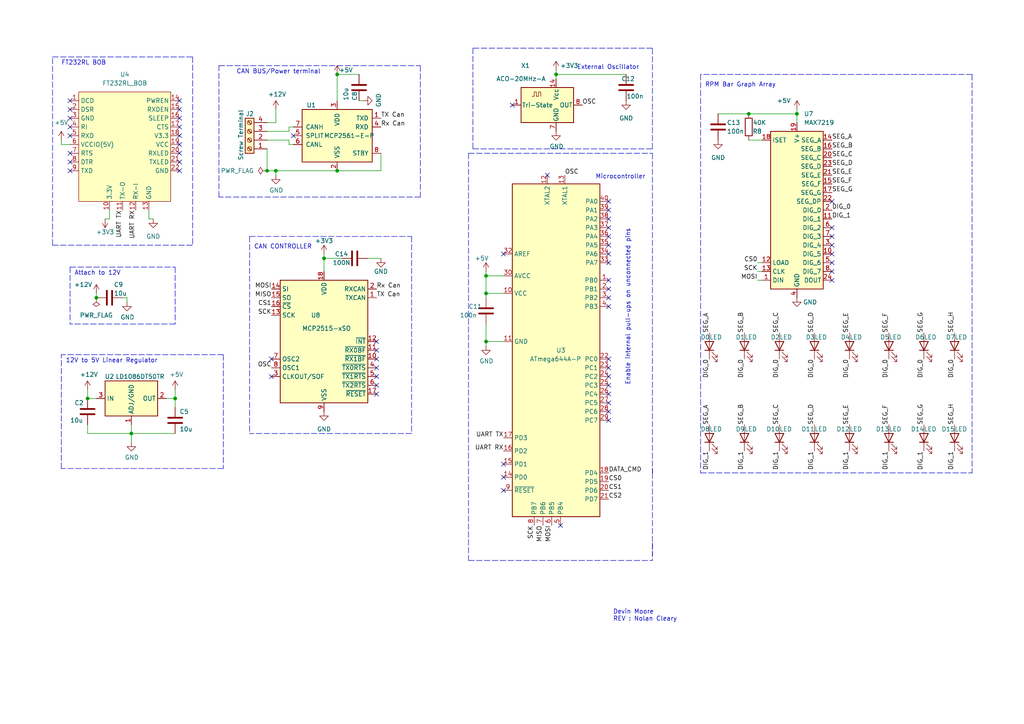
<source format=kicad_sch>
(kicad_sch (version 20211123) (generator eeschema)
  (paper "A4")
  (title_block (title "Wheel Display Schematic V3") (date "2021/01/30"))
  (lib_symbols
    (symbol "Connector:Screw_Terminal_01x04" (pin_names (offset 1.016) hide)
      (property "Reference" "J" (at 0 5.08 0))
      (property "Value" "Screw_Terminal_01x04" (at 0 -7.62 0))
      (symbol "Screw_Terminal_01x04_1_1"
        (rectangle (start -1.27 3.81) (end 1.27 -6.35) (stroke (width 0.254)) (fill (type background)))
        (circle (center 0 -5.08) (radius 0.635) (stroke (width 0.1524)))
        (circle (center 0 -2.54) (radius 0.635) (stroke (width 0.1524)))
        (polyline (pts (xy -0.5334 -4.7498) (xy 0.3302 -5.588)) (stroke (width 0.1524)))
        (polyline (pts (xy -0.5334 -2.2098) (xy 0.3302 -3.048)) (stroke (width 0.1524)))
        (polyline (pts (xy -0.5334 0.3302) (xy 0.3302 -0.508)) (stroke (width 0.1524)))
        (polyline (pts (xy -0.5334 2.8702) (xy 0.3302 2.032)) (stroke (width 0.1524)))
        (polyline (pts (xy -0.3556 -4.572) (xy 0.508 -5.4102)) (stroke (width 0.1524)))
        (polyline (pts (xy -0.3556 -2.032) (xy 0.508 -2.8702)) (stroke (width 0.1524)))
        (polyline (pts (xy -0.3556 0.508) (xy 0.508 -0.3302)) (stroke (width 0.1524)))
        (polyline (pts (xy -0.3556 3.048) (xy 0.508 2.2098)) (stroke (width 0.1524)))
        (circle (center 0 0) (radius 0.635) (stroke (width 0.1524)))
        (circle (center 0 2.54) (radius 0.635) (stroke (width 0.1524)))
        (pin passive line (at -5.08 2.54 0) (length 3.81) (name "Pin_1") (number "1"))
        (pin passive line (at -5.08 0 0) (length 3.81) (name "Pin_2") (number "2"))
        (pin passive line (at -5.08 -2.54 0) (length 3.81) (name "Pin_3") (number "3"))
        (pin passive line (at -5.08 -5.08 0) (length 3.81) (name "Pin_4") (number "4"))
      )
    )
    (symbol "Device:C" (pin_numbers hide) (pin_names (offset 0.254))
      (property "Reference" "C" (at 0.635 2.54 0))
      (property "Value" "C" (at 0.635 -2.54 0))
      (symbol "C_0_1"
        (polyline (pts (xy -2.032 -0.762) (xy 2.032 -0.762)) (stroke (width 0.508)))
        (polyline (pts (xy -2.032 0.762) (xy 2.032 0.762)) (stroke (width 0.508)))
      )
      (symbol "C_1_1"
        (pin passive line (at 0 3.81 270) (length 2.794) (name "~") (number "1"))
        (pin passive line (at 0 -3.81 90) (length 2.794) (name "~") (number "2"))
      )
    )
    (symbol "Device:LED" (pin_numbers hide) (pin_names (offset 1.016) hide)
      (property "Reference" "D" (at 0 2.54 0))
      (property "Value" "LED" (at 0 -2.54 0))
      (symbol "LED_0_1"
        (polyline (pts (xy -1.27 -1.27) (xy -1.27 1.27)) (stroke (width 0.254)))
        (polyline (pts (xy -1.27 0) (xy 1.27 0)))
        (polyline (pts (xy 1.27 -1.27) (xy 1.27 1.27) (xy -1.27 0) (xy 1.27 -1.27)) (stroke (width 0.254)))
        (polyline (pts (xy -3.048 -0.762) (xy -4.572 -2.286) (xy -3.81 -2.286) (xy -4.572 -2.286) (xy -4.572 -1.524)))
        (polyline (pts (xy -1.778 -0.762) (xy -3.302 -2.286) (xy -2.54 -2.286) (xy -3.302 -2.286) (xy -3.302 -1.524)))
      )
      (symbol "LED_1_1"
        (pin passive line (at -3.81 0 0) (length 2.54) (name "K") (number "1"))
        (pin passive line (at 3.81 0 180) (length 2.54) (name "A") (number "2"))
      )
    )
    (symbol "Device:R" (pin_numbers hide) (pin_names (offset 0))
      (property "Reference" "R" (at 2.032 0 90))
      (property "Value" "R" (at 0 0 90))
      (symbol "R_0_1"
        (rectangle (start -1.016 -2.54) (end 1.016 2.54) (stroke (width 0.254)))
      )
      (symbol "R_1_1"
        (pin passive line (at 0 3.81 270) (length 1.27) (name "~") (number "1"))
        (pin passive line (at 0 -3.81 90) (length 1.27) (name "~") (number "2"))
      )
    )
    (symbol "Driver_LED:MAX7219"
      (property "Reference" "U" (at -6.35 24.13 0))
      (property "Value" "MAX7219" (at 1.27 25.4 0))
      (symbol "MAX7219_0_1"
        (rectangle (start -7.62 22.86) (end 7.62 -22.86) (stroke (width 0.254)) (fill (type background)))
      )
      (symbol "MAX7219_1_1"
        (pin input line (at -10.16 -20.32 0) (length 2.54) (name "DIN") (number "1"))
        (pin output line (at 10.16 -12.7 180) (length 2.54) (name "DIG_5") (number "10"))
        (pin output line (at 10.16 -2.54 180) (length 2.54) (name "DIG_1") (number "11"))
        (pin input line (at -10.16 -15.24 0) (length 2.54) (name "LOAD") (number "12"))
        (pin input line (at -10.16 -17.78 0) (length 2.54) (name "CLK") (number "13"))
        (pin output line (at 10.16 20.32 180) (length 2.54) (name "SEG_A") (number "14"))
        (pin output line (at 10.16 7.62 180) (length 2.54) (name "SEG_F") (number "15"))
        (pin output line (at 10.16 17.78 180) (length 2.54) (name "SEG_B") (number "16"))
        (pin output line (at 10.16 5.08 180) (length 2.54) (name "SEG_G") (number "17"))
        (pin input line (at -10.16 20.32 0) (length 2.54) (name "ISET") (number "18"))
        (pin power_in line (at 0 25.4 270) (length 2.54) (name "V+") (number "19"))
        (pin output line (at 10.16 0 180) (length 2.54) (name "DIG_0") (number "2"))
        (pin output line (at 10.16 15.24 180) (length 2.54) (name "SEG_C") (number "20"))
        (pin output line (at 10.16 10.16 180) (length 2.54) (name "SEG_E") (number "21"))
        (pin output line (at 10.16 2.54 180) (length 2.54) (name "SEG_DP") (number "22"))
        (pin output line (at 10.16 12.7 180) (length 2.54) (name "SEG_D") (number "23"))
        (pin output line (at 10.16 -20.32 180) (length 2.54) (name "DOUT") (number "24"))
        (pin output line (at 10.16 -10.16 180) (length 2.54) (name "DIG_4") (number "3"))
        (pin power_in line (at 0 -25.4 90) (length 2.54) (name "GND") (number "4"))
        (pin output line (at 10.16 -15.24 180) (length 2.54) (name "DIG_6") (number "5"))
        (pin output line (at 10.16 -5.08 180) (length 2.54) (name "DIG_2") (number "6"))
        (pin output line (at 10.16 -7.62 180) (length 2.54) (name "DIG_3") (number "7"))
        (pin output line (at 10.16 -17.78 180) (length 2.54) (name "DIG_7") (number "8"))
        (pin passive line (at 0 -25.4 90) (length 2.54) hide (name "GND") (number "9"))
      )
    )
    (symbol "Interface_CAN_LIN:MCP2515-xSO"
      (property "Reference" "U" (at -10.16 19.685 0))
      (property "Value" "MCP2515-xSO" (at 19.05 20.32 0))
      (symbol "MCP2515-xSO_0_1"
        (rectangle (start -12.7 17.78) (end 12.7 -17.78) (stroke (width 0.254)) (fill (type background)))
      )
      (symbol "MCP2515-xSO_1_1"
        (pin output line (at 15.24 12.7 180) (length 2.54) (name "TXCAN") (number "1"))
        (pin output line (at 15.24 -5.08 180) (length 2.54) (name "~{RX1BF}") (number "10"))
        (pin output line (at 15.24 -2.54 180) (length 2.54) (name "~{RX0BF}") (number "11"))
        (pin output line (at 15.24 0 180) (length 2.54) (name "~{INT}") (number "12"))
        (pin input line (at -15.24 7.62 0) (length 2.54) (name "SCK") (number "13"))
        (pin input line (at -15.24 15.24 0) (length 2.54) (name "SI") (number "14"))
        (pin output line (at -15.24 12.7 0) (length 2.54) (name "SO") (number "15"))
        (pin input line (at -15.24 10.16 0) (length 2.54) (name "~{CS}") (number "16"))
        (pin input line (at 15.24 -15.24 180) (length 2.54) (name "~{RESET}") (number "17"))
        (pin power_in line (at 0 20.32 270) (length 2.54) (name "VDD") (number "18"))
        (pin input line (at 15.24 15.24 180) (length 2.54) (name "RXCAN") (number "2"))
        (pin output line (at -15.24 -10.16 0) (length 2.54) (name "CLKOUT/SOF") (number "3"))
        (pin input line (at 15.24 -7.62 180) (length 2.54) (name "~{TX0RTS}") (number "4"))
        (pin input line (at 15.24 -10.16 180) (length 2.54) (name "~{TX1RTS}") (number "5"))
        (pin input line (at 15.24 -12.7 180) (length 2.54) (name "~{TX2RTS}") (number "6"))
        (pin output line (at -15.24 -5.08 0) (length 2.54) (name "OSC2") (number "7"))
        (pin input line (at -15.24 -7.62 0) (length 2.54) (name "OSC1") (number "8"))
        (pin power_in line (at 0 -20.32 90) (length 2.54) (name "VSS") (number "9"))
      )
    )
    (symbol "Interface_CAN_LIN:MCP2561-E-P" (pin_names (offset 1.016))
      (property "Reference" "U" (at -10.16 8.89 0))
      (property "Value" "MCP2561-E-P" (at 2.54 8.89 0))
      (symbol "MCP2561-E-P_0_1"
        (rectangle (start -10.16 7.62) (end 10.16 -7.62) (stroke (width 0.254)) (fill (type background)))
      )
      (symbol "MCP2561-E-P_1_1"
        (pin input line (at -12.7 5.08 0) (length 2.54) (name "TXD") (number "1"))
        (pin power_in line (at 0 -10.16 90) (length 2.54) (name "VSS") (number "2"))
        (pin power_in line (at 0 10.16 270) (length 2.54) (name "VDD") (number "3"))
        (pin output line (at -12.7 2.54 0) (length 2.54) (name "RXD") (number "4"))
        (pin passive line (at 12.7 0 180) (length 2.54) (name "SPLIT") (number "5"))
        (pin bidirectional line (at 12.7 -2.54 180) (length 2.54) (name "CANL") (number "6"))
        (pin bidirectional line (at 12.7 2.54 180) (length 2.54) (name "CANH") (number "7"))
        (pin input line (at -12.7 -5.08 0) (length 2.54) (name "STBY") (number "8"))
      )
    )
    (symbol "MCU_Microchip_ATmega:ATmega644A-P"
      (property "Reference" "U?" (at 13.97 -50.8 0))
      (property "Value" "ATmega644A-P" (at 11.43 -52.07 0))
      (symbol "ATmega644A-P_0_1"
        (rectangle (start -12.7 -48.26) (end 12.7 48.26) (stroke (width 0.254)) (fill (type background)))
      )
      (symbol "ATmega644A-P_1_1"
        (pin bidirectional line (at 15.24 20.32 180) (length 2.54) (name "PB0") (number "1"))
        (pin power_in line (at -15.24 16.51 0) (length 2.54) (name "VCC") (number "10"))
        (pin power_in line (at -15.24 2.54 0) (length 2.54) (name "GND") (number "11"))
        (pin output line (at -2.54 50.8 270) (length 2.54) (name "XTAL2") (number "12"))
        (pin input line (at 2.54 50.8 270) (length 2.54) (name "XTAL1") (number "13"))
        (pin bidirectional line (at -15.24 -36.83 0) (length 2.54) (name "PD0") (number "14"))
        (pin bidirectional line (at -15.24 -33.02 0) (length 2.54) (name "PD1") (number "15"))
        (pin bidirectional line (at -15.24 -29.21 0) (length 2.54) (name "PD2") (number "16"))
        (pin bidirectional line (at -15.24 -25.4 0) (length 2.54) (name "PD3") (number "17"))
        (pin bidirectional line (at 15.24 -35.56 180) (length 2.54) (name "PD4") (number "18"))
        (pin bidirectional line (at 15.24 -38.1 180) (length 2.54) (name "PD5") (number "19"))
        (pin bidirectional line (at 15.24 17.78 180) (length 2.54) (name "PB1") (number "2"))
        (pin bidirectional line (at 15.24 -40.64 180) (length 2.54) (name "PD6") (number "20"))
        (pin bidirectional line (at 15.24 -43.18 180) (length 2.54) (name "PD7") (number "21"))
        (pin bidirectional line (at 15.24 -2.54 180) (length 2.54) (name "PC0") (number "22"))
        (pin bidirectional line (at 15.24 -5.08 180) (length 2.54) (name "PC1") (number "23"))
        (pin bidirectional line (at 15.24 -7.62 180) (length 2.54) (name "PC2") (number "24"))
        (pin bidirectional line (at 15.24 -10.16 180) (length 2.54) (name "PC3") (number "25"))
        (pin bidirectional line (at 15.24 -12.7 180) (length 2.54) (name "PC4") (number "26"))
        (pin bidirectional line (at 15.24 -15.24 180) (length 2.54) (name "PC5") (number "27"))
        (pin bidirectional line (at 15.24 -17.78 180) (length 2.54) (name "PC6") (number "28"))
        (pin bidirectional line (at 15.24 -20.32 180) (length 2.54) (name "PC7") (number "29"))
        (pin bidirectional line (at 15.24 15.24 180) (length 2.54) (name "PB2") (number "3"))
        (pin power_in line (at -15.24 21.59 0) (length 2.54) (name "AVCC") (number "30"))
        (pin passive line (at -15.24 27.94 0) (length 2.54) (name "AREF") (number "32"))
        (pin bidirectional line (at 15.24 25.4 180) (length 2.54) (name "PA7") (number "33"))
        (pin bidirectional line (at 15.24 27.94 180) (length 2.54) (name "PA6") (number "34"))
        (pin bidirectional line (at 15.24 30.48 180) (length 2.54) (name "PA5") (number "35"))
        (pin bidirectional line (at 15.24 33.02 180) (length 2.54) (name "PA4") (number "36"))
        (pin bidirectional line (at 15.24 35.56 180) (length 2.54) (name "PA3") (number "37"))
        (pin bidirectional line (at 15.24 38.1 180) (length 2.54) (name "PA2") (number "38"))
        (pin bidirectional line (at 15.24 40.64 180) (length 2.54) (name "PA1") (number "39"))
        (pin bidirectional line (at 15.24 12.7 180) (length 2.54) (name "PB3") (number "4"))
        (pin bidirectional line (at 15.24 43.18 180) (length 2.54) (name "PA0") (number "40"))
        (pin bidirectional line (at 1.27 -50.8 90) (length 2.54) (name "PB4") (number "5"))
        (pin bidirectional line (at -1.27 -50.8 90) (length 2.54) (name "PB5") (number "6"))
        (pin bidirectional line (at -3.81 -50.8 90) (length 2.54) (name "PB6") (number "7"))
        (pin bidirectional line (at -6.35 -50.8 90) (length 2.54) (name "PB7") (number "8"))
        (pin input line (at -15.24 -40.64 0) (length 2.54) (name "~{RESET}") (number "9"))
      )
    )
    (symbol "Oscillator:ACO-xxxMHz-A" (pin_names (offset 0.254))
      (property "Reference" "X" (at -5.08 6.35 0))
      (property "Value" "ACO-xxxMHz-A" (at 1.27 -6.35 0))
      (symbol "ACO-xxxMHz-A_0_1"
        (rectangle (start -10.16 5.08) (end 5.08 -5.08) (stroke (width 0.254)) (fill (type background)))
        (polyline (pts (xy -6.985 2.54) (xy -6.35 2.54) (xy -6.35 3.81) (xy -5.715 3.81) (xy -5.715 2.54) (xy -5.08 2.54) (xy -5.08 3.81) (xy -4.445 3.81) (xy -4.445 2.54)))
      )
      (symbol "ACO-xxxMHz-A_1_1"
        (pin input line (at -12.7 0 0) (length 2.54) (name "Tri-State") (number "1"))
        (pin power_in line (at 0 7.62 270) (length 2.54) (name "Vcc") (number "14"))
        (pin power_in line (at 0 -7.62 90) (length 2.54) (name "GND") (number "7"))
        (pin output line (at 7.62 0 180) (length 2.54) (name "OUT") (number "8"))
      )
    )
    (symbol "Regulator_Linear:LD1086DT50TR"
      (property "Reference" "U" (at 0 10.16 0))
      (property "Value" "LD1086DT50TR" (at 0 7.62 0))
      (symbol "LD1086DT50TR_1_1"
        (rectangle (start -7.62 -5.08) (end 7.62 5.08) (stroke (width 0.254)) (fill (type background)))
        (pin input line (at 0 -7.62 90) (length 2.54) (name "ADJ/GND") (number "1"))
        (pin power_out line (at 10.16 0 180) (length 2.54) (name "OUT") (number "2"))
        (pin power_in line (at -10.16 0 0) (length 2.54) (name "IN") (number "3"))
      )
    )
    (symbol "SparkFunBOB:FT232RL_BOB"
      (property "Reference" "U4" (at 3.175 5.08 0))
      (property "Value" "FT232RL_BOB" (at 3.175 2.54 0))
      (symbol "FT232RL_BOB_0_1"
        (rectangle (start 16.51 -31.75) (end -10.16 0) (fill (type background)))
      )
      (symbol "FT232RL_BOB_1_1"
        (pin bidirectional line (at -12.7 -2.54 0) (length 2.54) (name "DCD") (number "1"))
        (pin power_out line (at -1.27 -34.29 90) (length 2.54) (name "3.3V") (number "10"))
        (pin bidirectional line (at 2.54 -34.29 90) (length 2.54) (name "TX-O") (number "11"))
        (pin bidirectional line (at 6.35 -34.29 90) (length 2.54) (name "RX-I") (number "12"))
        (pin bidirectional line (at 10.16 -34.29 90) (length 2.54) (name "GND") (number "13"))
        (pin bidirectional line (at 19.05 -2.54 180) (length 2.54) (name "PWREN") (number "14"))
        (pin bidirectional line (at 19.05 -5.08 180) (length 2.54) (name "RXDEN") (number "15"))
        (pin bidirectional line (at 19.05 -7.62 180) (length 2.54) (name "SLEEP") (number "16"))
        (pin bidirectional line (at 19.05 -10.16 180) (length 2.54) (name "CTS") (number "17"))
        (pin bidirectional line (at 19.05 -12.7 180) (length 2.54) (name "V3.3") (number "18"))
        (pin bidirectional line (at 19.05 -15.24 180) (length 2.54) (name "VCC") (number "19"))
        (pin bidirectional line (at -12.7 -5.08 0) (length 2.54) (name "DSR") (number "2"))
        (pin bidirectional line (at 19.05 -17.78 180) (length 2.54) (name "RXLED") (number "20"))
        (pin bidirectional line (at 19.05 -20.32 180) (length 2.54) (name "TXLED") (number "21"))
        (pin bidirectional line (at 19.05 -22.86 180) (length 2.54) (name "GND") (number "22"))
        (pin bidirectional line (at -12.7 -7.62 0) (length 2.54) (name "GND") (number "3"))
        (pin bidirectional line (at -12.7 -10.16 0) (length 2.54) (name "RI") (number "4"))
        (pin bidirectional line (at -12.7 -12.7 0) (length 2.54) (name "RXD") (number "5"))
        (pin power_in line (at -12.7 -15.24 0) (length 2.54) (name "VCCIO(5V)") (number "6"))
        (pin bidirectional line (at -12.7 -17.78 0) (length 2.54) (name "RTS") (number "7"))
        (pin bidirectional line (at -12.7 -20.32 0) (length 2.54) (name "DTR") (number "8"))
        (pin bidirectional line (at -12.7 -22.86 0) (length 2.54) (name "TXD") (number "9"))
      )
    )
    (symbol "power:+12V" (power) (pin_names (offset 0))
      (property "Value" "+12V" (at 0 3.556 0))
      (symbol "+12V_0_1"
        (polyline (pts (xy -0.762 1.27) (xy 0 2.54)))
        (polyline (pts (xy 0 0) (xy 0 2.54)))
        (polyline (pts (xy 0 2.54) (xy 0.762 1.27)))
      )
      (symbol "+12V_1_1"
        (pin power_in line (at 0 0 90) (length 0) hide (name "+12V") (number "1"))
      )
    )
    (symbol "power:+3.3V" (power) (pin_names (offset 0))
      (property "Value" "+3.3V" (at 0 3.556 0))
      (symbol "+3.3V_0_1"
        (polyline (pts (xy -0.762 1.27) (xy 0 2.54)))
        (polyline (pts (xy 0 0) (xy 0 2.54)))
        (polyline (pts (xy 0 2.54) (xy 0.762 1.27)))
      )
      (symbol "+3.3V_1_1"
        (pin power_in line (at 0 0 90) (length 0) hide (name "+3V3") (number "1"))
      )
    )
    (symbol "power:+3V3" (power) (pin_names (offset 0))
      (property "Value" "+3V3" (at 0 3.556 0))
      (symbol "+3V3_0_1"
        (polyline (pts (xy -0.762 1.27) (xy 0 2.54)))
        (polyline (pts (xy 0 0) (xy 0 2.54)))
        (polyline (pts (xy 0 2.54) (xy 0.762 1.27)))
      )
      (symbol "+3V3_1_1"
        (pin power_in line (at 0 0 90) (length 0) hide (name "+3V3") (number "1"))
      )
    )
    (symbol "power:+5V" (power) (pin_names (offset 0))
      (property "Value" "+5V" (at 0 3.556 0))
      (symbol "+5V_0_1"
        (polyline (pts (xy -0.762 1.27) (xy 0 2.54)))
        (polyline (pts (xy 0 0) (xy 0 2.54)))
        (polyline (pts (xy 0 2.54) (xy 0.762 1.27)))
      )
      (symbol "+5V_1_1"
        (pin power_in line (at 0 0 90) (length 0) hide (name "+5V") (number "1"))
      )
    )
    (symbol "power:GND" (power) (pin_names (offset 0))
      (property "Value" "GND" (at 0 -3.81 0))
      (symbol "GND_0_1"
        (polyline (pts (xy 0 0) (xy 0 -1.27) (xy 1.27 -1.27) (xy 0 -2.54) (xy -1.27 -1.27) (xy 0 -1.27)))
      )
      (symbol "GND_1_1"
        (pin power_in line (at 0 0 270) (length 0) hide (name "GND") (number "1"))
      )
    )
    (symbol "power:PWR_FLAG" (power) (pin_numbers hide) (pin_names (offset 0) hide)
      (property "Value" "PWR_FLAG" (at 0 3.81 0))
      (symbol "PWR_FLAG_0_0"
        (pin power_out line (at 0 0 90) (length 0) (name "pwr") (number "1"))
      )
      (symbol "PWR_FLAG_0_1"
        (polyline (pts (xy 0 0) (xy 0 1.27) (xy -1.016 1.905) (xy 0 2.54) (xy 1.016 1.905) (xy 0 1.27)))
      )
    )
  )
  (junction (at 25.4 115.57))
  (junction (at 97.79 21.59))
  (junction (at 161.29 21.59))
  (junction (at 97.79 49.53))
  (junction (at 80.01 49.53))
  (junction (at 140.97 80.01))
  (junction (at 140.97 99.06))
  (junction (at 93.98 74.93))
  (junction (at 140.97 85.09))
  (junction (at 38.1 125.73))
  (junction (at 231.14 33.02))
  (junction (at 50.8 115.57))
  (junction (at 27.94 86.36))
  (junction (at 217.17 33.02))
  (junction (at 77.47 49.53))
  (no_connect (at 176.53 88.9))
  (no_connect (at 176.53 86.36))
  (no_connect (at 176.53 66.04))
  (no_connect (at 146.05 142.24))
  (no_connect (at 158.75 50.8))
  (no_connect (at 85.09 39.37))
  (no_connect (at 78.74 104.14))
  (no_connect (at 78.74 109.22))
  (no_connect (at 176.53 58.42))
  (no_connect (at 176.53 76.2))
  (no_connect (at 176.53 111.76))
  (no_connect (at 148.59 30.48))
  (no_connect (at 176.53 71.12))
  (no_connect (at 146.05 134.62))
  (no_connect (at 146.05 138.43))
  (no_connect (at 176.53 119.38))
  (no_connect (at 176.53 68.58))
  (no_connect (at 176.53 63.5))
  (no_connect (at 176.53 60.96))
  (no_connect (at 146.05 73.66))
  (no_connect (at 176.53 114.3))
  (no_connect (at 162.56 152.4))
  (no_connect (at 176.53 116.84))
  (no_connect (at 20.32 44.45))
  (no_connect (at 20.32 46.99))
  (no_connect (at 20.32 49.53))
  (no_connect (at 52.07 29.21))
  (no_connect (at 20.32 29.21))
  (no_connect (at 20.32 31.75))
  (no_connect (at 52.07 31.75))
  (no_connect (at 20.32 34.29))
  (no_connect (at 20.32 36.83))
  (no_connect (at 20.32 39.37))
  (no_connect (at 52.07 34.29))
  (no_connect (at 52.07 36.83))
  (no_connect (at 52.07 49.53))
  (no_connect (at 52.07 46.99))
  (no_connect (at 52.07 44.45))
  (no_connect (at 52.07 41.91))
  (no_connect (at 52.07 39.37))
  (no_connect (at 109.22 114.3))
  (no_connect (at 109.22 111.76))
  (no_connect (at 109.22 106.68))
  (no_connect (at 109.22 109.22))
  (no_connect (at 109.22 104.14))
  (no_connect (at 109.22 101.6))
  (no_connect (at 109.22 99.06))
  (no_connect (at 176.53 73.66))
  (no_connect (at 241.3 58.42))
  (no_connect (at 241.3 66.04))
  (no_connect (at 241.3 68.58))
  (no_connect (at 241.3 76.2))
  (no_connect (at 241.3 78.74))
  (no_connect (at 241.3 81.28))
  (no_connect (at 241.3 71.12))
  (no_connect (at 241.3 73.66))
  (no_connect (at 176.53 83.82))
  (no_connect (at 176.53 121.92))
  (no_connect (at 176.53 109.22))
  (no_connect (at 176.53 106.68))
  (no_connect (at 176.53 81.28))
  (no_connect (at 176.53 104.14))
  (wire (pts (xy 110.49 44.45) (xy 110.49 49.53)))
  (polyline (pts (xy 119.38 125.73) (xy 72.39 125.73)))
  (wire (pts (xy 31.75 63.5) (xy 30.48 63.5)))
  (polyline (pts (xy 203.2 137.16) (xy 281.94 137.16)))
  (wire (pts (xy 93.98 74.93) (xy 93.98 78.74)))
  (wire (pts (xy 217.17 33.02) (xy 231.14 33.02)))
  (polyline (pts (xy 15.24 16.51) (xy 55.88 16.51)))
  (wire (pts (xy 43.18 63.5) (xy 43.18 60.96)))
  (polyline (pts (xy 64.77 102.87) (xy 64.77 135.89)))
  (polyline (pts (xy 50.8 93.98) (xy 20.32 93.98)))
  (polyline (pts (xy 189.23 137.16) (xy 189.23 135.89)))
  (polyline (pts (xy 135.89 44.45) (xy 189.23 44.45)))
  (wire (pts (xy 104.14 29.21) (xy 105.41 29.21)))
  (wire (pts (xy 140.97 80.01) (xy 140.97 85.09)))
  (wire (pts (xy 140.97 99.06) (xy 140.97 100.33)))
  (wire (pts (xy 83.82 38.1) (xy 83.82 36.83)))
  (wire (pts (xy 140.97 85.09) (xy 146.05 85.09)))
  (polyline (pts (xy 20.32 77.47) (xy 20.32 93.98)))
  (polyline (pts (xy 63.5 19.05) (xy 121.92 19.05)))
  (wire (pts (xy 25.4 125.73) (xy 38.1 125.73)))
  (wire (pts (xy 38.1 123.19) (xy 38.1 125.73)))
  (wire (pts (xy 31.75 60.96) (xy 31.75 63.5)))
  (wire (pts (xy 219.71 76.2) (xy 220.98 76.2)))
  (wire (pts (xy 97.79 21.59) (xy 104.14 21.59)))
  (polyline (pts (xy 72.39 68.58) (xy 119.38 68.58)))
  (wire (pts (xy 83.82 36.83) (xy 85.09 36.83)))
  (wire (pts (xy 25.4 115.57) (xy 25.4 113.03)))
  (wire (pts (xy 80.01 31.75) (xy 80.01 35.56)))
  (polyline (pts (xy 72.39 68.58) (xy 72.39 125.73)))
  (wire (pts (xy 77.47 40.64) (xy 83.82 40.64)))
  (polyline (pts (xy 203.2 21.59) (xy 203.2 95.25)))
  (wire (pts (xy 48.26 115.57) (xy 50.8 115.57)))
  (wire (pts (xy 80.01 49.53) (xy 97.79 49.53)))
  (polyline (pts (xy 189.23 157.48) (xy 189.23 162.56)))
  (wire (pts (xy 17.78 41.91) (xy 17.78 40.64)))
  (polyline (pts (xy 15.24 71.12) (xy 15.24 16.51)))
  (wire (pts (xy 93.98 74.93) (xy 99.06 74.93)))
  (polyline (pts (xy 119.38 68.58) (xy 119.38 125.73)))
  (wire (pts (xy 140.97 93.98) (xy 140.97 99.06)))
  (wire (pts (xy 27.94 115.57) (xy 25.4 115.57)))
  (polyline (pts (xy 15.24 71.12) (xy 55.88 71.12)))
  (polyline (pts (xy 63.5 57.15) (xy 63.5 19.05)))
  (polyline (pts (xy 240.03 21.59) (xy 203.2 21.59)))
  (wire (pts (xy 77.47 49.53) (xy 77.47 43.18)))
  (wire (pts (xy 181.61 21.59) (xy 161.29 21.59)))
  (wire (pts (xy 43.18 63.5) (xy 44.45 63.5)))
  (wire (pts (xy 97.79 49.53) (xy 110.49 49.53)))
  (wire (pts (xy 217.17 40.64) (xy 220.98 40.64)))
  (wire (pts (xy 140.97 80.01) (xy 146.05 80.01)))
  (polyline (pts (xy 135.89 162.56) (xy 189.23 162.56)))
  (wire (pts (xy 140.97 80.01) (xy 140.97 78.74)))
  (polyline (pts (xy 203.2 95.25) (xy 203.2 129.54)))
  (polyline (pts (xy 121.92 19.05) (xy 121.92 57.15)))
  (polyline (pts (xy 121.92 57.15) (xy 63.5 57.15)))
  (wire (pts (xy 38.1 125.73) (xy 38.1 128.27)))
  (polyline (pts (xy 281.94 21.59) (xy 240.03 21.59)))
  (wire (pts (xy 231.14 31.75) (xy 231.14 33.02)))
  (polyline (pts (xy 189.23 13.97) (xy 137.16 13.97)))
  (wire (pts (xy 219.71 81.28) (xy 220.98 81.28)))
  (wire (pts (xy 219.71 78.74) (xy 220.98 78.74)))
  (wire (pts (xy 25.4 123.19) (xy 25.4 125.73)))
  (wire (pts (xy 17.78 41.91) (xy 20.32 41.91)))
  (polyline (pts (xy 203.2 129.54) (xy 203.2 129.54)))
  (polyline (pts (xy 203.2 129.54) (xy 203.2 137.16)))
  (polyline (pts (xy 17.78 135.89) (xy 17.78 102.87)))
  (wire (pts (xy 161.29 21.59) (xy 161.29 22.86)))
  (polyline (pts (xy 50.8 77.47) (xy 50.8 93.98)))
  (polyline (pts (xy 189.23 43.18) (xy 189.23 13.97)))
  (polyline (pts (xy 189.23 44.45) (xy 189.23 137.16)))
  (polyline (pts (xy 189.23 137.16) (xy 189.23 161.29)))
  (wire (pts (xy 83.82 41.91) (xy 85.09 41.91)))
  (wire (pts (xy 80.01 49.53) (xy 80.01 50.8)))
  (polyline (pts (xy 135.89 44.45) (xy 135.89 162.56)))
  (wire (pts (xy 50.8 118.11) (xy 50.8 115.57)))
  (wire (pts (xy 161.29 21.59) (xy 161.29 20.32)))
  (wire (pts (xy 27.94 86.36) (xy 27.94 85.09)))
  (wire (pts (xy 140.97 99.06) (xy 146.05 99.06)))
  (wire (pts (xy 93.98 73.66) (xy 93.98 74.93)))
  (wire (pts (xy 83.82 40.64) (xy 83.82 41.91)))
  (polyline (pts (xy 20.32 77.47) (xy 50.8 77.47)))
  (wire (pts (xy 35.56 86.36) (xy 36.83 86.36)))
  (wire (pts (xy 106.68 74.93) (xy 110.49 74.93)))
  (polyline (pts (xy 55.88 16.51) (xy 55.88 71.12)))
  (wire (pts (xy 36.83 86.36) (xy 36.83 87.63)))
  (wire (pts (xy 77.47 38.1) (xy 83.82 38.1)))
  (wire (pts (xy 50.8 125.73) (xy 38.1 125.73)))
  (wire (pts (xy 208.28 33.02) (xy 217.17 33.02)))
  (wire (pts (xy 77.47 49.53) (xy 80.01 49.53)))
  (wire (pts (xy 231.14 33.02) (xy 231.14 35.56)))
  (wire (pts (xy 77.47 35.56) (xy 80.01 35.56)))
  (wire (pts (xy 140.97 85.09) (xy 140.97 86.36)))
  (wire (pts (xy 50.8 113.03) (xy 50.8 115.57)))
  (polyline (pts (xy 137.16 13.97) (xy 137.16 43.18)))
  (polyline (pts (xy 64.77 135.89) (xy 17.78 135.89)))
  (polyline (pts (xy 281.94 21.59) (xy 281.94 137.16)))
  (wire (pts (xy 97.79 21.59) (xy 97.79 29.21)))
  (polyline (pts (xy 137.16 43.18) (xy 189.23 43.18)))
  (polyline (pts (xy 64.77 102.87) (xy 17.78 102.87)))
  (text "FT232RL BOB\n" (at 17.78 19.05 0) (effects (font (size 1.27 1.27)) (justify left bottom)))
  (text "12V to 5V Linear Regulator" (at 19.05 105.41 0) (effects (font (size 1.27 1.27)) (justify left bottom)))
  (text "External Oscillator" (at 185.42 20.32 180) (effects (font (size 1.27 1.27)) (justify right bottom)))
  (text "RPM Bar Graph Array" (at 204.47 25.4 0) (effects (font (size 1.27 1.27)) (justify left bottom)))
  (text "CAN CONTROLLER\n" (at 73.66 72.39 0) (effects (font (size 1.27 1.27)) (justify left bottom)))
  (text "Devin Moore\nREV : Nolan Cleary\n" (at 177.8 180.34 0) (effects (font (size 1.27 1.27)) (justify left bottom)))
  (text "Microcontroller" (at 172.72 52.07 0) (effects (font (size 1.27 1.27)) (justify left bottom)))
  (text "Attach to 12V\n" (at 21.59 80.01 0) (effects (font (size 1.27 1.27)) (justify left bottom)))
  (text "Enable internal pull-ups on unconnected pins" (at 182.88 111.76 90) (effects (font (size 1.27 1.27)) (justify left bottom)))
  (text "CAN BUS/Power terminal" (at 68.58 21.59 0) (effects (font (size 1.27 1.27)) (justify left bottom)))
  (label "Rx Can" (at 110.49 36.83 0))
  (label "DIG_1" (at 257.81 130.81 270))
  (label "SEG_F" (at 241.3 53.34 0))
  (label "CS0" (at 219.71 76.2 180))
  (label "DIG_1" (at 246.38 130.81 270))
  (label "DIG_1" (at 276.86 130.81 270))
  (label "DIG_0" (at 246.38 104.14 270))
  (label "UART TX" (at 146.05 127 180))
  (label "DIG_0" (at 226.06 104.14 270))
  (label "SEG_F" (at 257.81 123.19 90))
  (label "SEG_G" (at 267.97 96.52 90))
  (label "OSC" (at 78.74 106.68 180))
  (label "OSC" (at 168.91 30.48 0))
  (label "SEG_A" (at 205.74 123.19 90))
  (label "SEG_D" (at 236.22 123.19 90))
  (label "UART TX" (at 35.56 60.96 270))
  (label "DATA_CMD" (at 176.53 137.16 0))
  (label "SEG_D" (at 241.3 48.26 0))
  (label "MOSI" (at 78.74 83.82 180))
  (label "DIG_0" (at 257.81 104.14 270))
  (label "SEG_E" (at 246.38 123.19 90))
  (label "DIG_1" (at 205.74 130.81 270))
  (label "SEG_G" (at 267.97 123.19 90))
  (label "TX Can" (at 109.22 86.36 0))
  (label "SEG_H" (at 276.86 123.19 90))
  (label "SCK" (at 154.94 152.4 270))
  (label "SCK" (at 78.74 91.44 180))
  (label "TX Can" (at 110.49 34.29 0))
  (label "CS2" (at 176.53 144.78 0))
  (label "SEG_A" (at 205.74 96.52 90))
  (label "CS1" (at 176.53 142.24 0))
  (label "DIG_0" (at 236.22 104.14 270))
  (label "DIG_1" (at 267.97 130.81 270))
  (label "DIG_0" (at 205.74 104.14 270))
  (label "Rx Can" (at 109.22 83.82 0))
  (label "DIG_1" (at 236.22 130.81 270))
  (label "SEG_G" (at 241.3 55.88 0))
  (label "SEG_E" (at 246.38 96.52 90))
  (label "CS0" (at 176.53 139.7 0))
  (label "SEG_B" (at 215.9 96.52 90))
  (label "SEG_D" (at 236.22 96.52 90))
  (label "UART RX" (at 39.37 60.96 270))
  (label "SEG_E" (at 241.3 50.8 0))
  (label "DIG_1" (at 241.3 63.5 0))
  (label "MOSI" (at 219.71 81.28 180))
  (label "SCK" (at 219.71 78.74 180))
  (label "SEG_F" (at 257.81 96.52 90))
  (label "DIG_0" (at 241.3 60.96 0))
  (label "DIG_1" (at 215.9 130.81 270))
  (label "DIG_1" (at 226.06 130.81 270))
  (label "SEG_C" (at 241.3 45.72 0))
  (label "SEG_A" (at 241.3 40.64 0))
  (label "SEG_C" (at 226.06 96.52 90))
  (label "SEG_B" (at 215.9 123.19 90))
  (label "SEG_H" (at 276.86 96.52 90))
  (label "DIG_0" (at 215.9 104.14 270))
  (label "DIG_0" (at 267.97 104.14 270))
  (label "CS1" (at 78.74 88.9 180))
  (label "UART RX" (at 146.05 130.81 180))
  (label "MISO" (at 157.48 152.4 270))
  (label "OSC" (at 163.83 50.8 0))
  (label "MISO" (at 78.74 86.36 180))
  (label "DIG_0" (at 276.86 104.14 270))
  (label "SEG_C" (at 226.06 123.19 90))
  (label "MOSI" (at 160.02 152.4 270))
  (label "SEG_B" (at 241.3 43.18 0))
  (symbol (lib_id "Regulator_Linear:LD1086DT50TR") (at 38.1 115.57 0) (unit 1)
    (property "Reference" "U2" (at 31.75 109.22 0))
    (property "Value" "LD1086DT50TR" (at 40.64 109.22 0))
    (property "Footprint" "Package_TO_SOT_SMD:TO-252-2" (effects hide))
    (property "Datasheet" "https://www.st.com/resource/en/datasheet/ld1086.pdf" (effects hide))
  )
  (symbol (lib_id "Connector:Screw_Terminal_01x04") (at 72.39 40.64 180) (unit 1)
    (property "Reference" "J2" (at 73.66 33.02 0) (effects (justify left)))
    (property "Value" "Screw Terminal" (at 69.85 31.75 90) (effects (justify left)))
    (property "Footprint" "TerminalBlock_4Ucon:TerminalBlock_4Ucon_1x04_P3.50mm_Horizontal" (effects hide))
  )
  (symbol (lib_id "Device:C") (at 50.8 121.92 0) (unit 1)
    (property "Reference" "C5" (at 52.07 119.38 0) (effects (justify left)))
    (property "Value" "10u" (at 52.07 124.46 0) (effects (justify left)))
  )
  (symbol (lib_id "Device:C") (at 25.4 119.38 0) (unit 1)
    (property "Reference" "C2" (at 21.59 116.84 0) (effects (justify left)))
    (property "Value" "10u" (at 20.32 121.92 0) (effects (justify left)))
  )
  (symbol (lib_id "power:GND") (at 38.1 128.27 0) (unit 1)
    (property "Reference" "#PWR0129" (effects hide))
    (property "Value" "GND" (at 38.227 132.6642 0))
  )
  (symbol (lib_id "power:+12V") (at 25.4 113.03 0) (unit 1)
    (property "Reference" "#PWR0127" (effects hide))
    (property "Value" "+12V" (at 25.781 108.6358 0))
  )
  (symbol (lib_id "power:+5V") (at 50.8 113.03 0) (unit 1)
    (property "Reference" "#PWR0125" (effects hide))
    (property "Value" "+5V" (at 51.181 108.6358 0))
  )
  (symbol (lib_id "power:+12V") (at 80.01 31.75 0) (unit 1)
    (property "Reference" "#PWR0117" (effects hide))
    (property "Value" "+12V" (at 80.391 27.3558 0))
  )
  (symbol (lib_id "power:GND") (at 80.01 50.8 0) (unit 1)
    (property "Reference" "#PWR0116" (effects hide))
    (property "Value" "GND" (at 80.137 55.1942 0))
  )
  (symbol (lib_id "Driver_LED:MAX7219") (at 231.14 60.96 0) (unit 1)
    (property "Reference" "U7" (at 233.1594 33.02 0) (effects (justify left)))
    (property "Value" "MAX7219" (at 233.1594 35.56 0) (effects (justify left)))
    (property "Footprint" "Package_DIP:DIP-24_W7.62mm" (effects hide))
    (property "Datasheet" "https://datasheets.maximintegrated.com/en/ds/MAX7219-MAX7221.pdf" (effects hide))
  )
  (symbol (lib_id "power:GND") (at 161.29 38.1 0) (unit 1)
    (property "Reference" "#PWR0120" (effects hide))
    (property "Value" "GND" (at 161.417 42.4942 0))
  )
  (symbol (lib_id "Device:C") (at 181.61 25.4 180) (unit 1)
    (property "Reference" "C12" (at 184.15 22.86 0) (effects (justify left)))
    (property "Value" "100n" (at 186.69 27.94 0) (effects (justify left)))
  )
  (symbol (lib_id "power:+3V3") (at 161.29 20.32 0) (unit 1)
    (property "Reference" "#PWR0119" (effects hide))
    (property "Value" "+3V3" (at 165.1 19.05 0))
  )
  (symbol (lib_id "Device:C") (at 104.14 25.4 0) (unit 1)
    (property "Reference" "C8" (at 102.87 29.21 90) (effects (justify left)))
    (property "Value" "10u" (at 100.33 29.21 90) (effects (justify left)))
  )
  (symbol (lib_id "power:GND") (at 105.41 29.21 90) (unit 1)
    (property "Reference" "#PWR0114" (effects hide))
    (property "Value" "GND" (at 109.8042 29.083 0))
  )
  (symbol (lib_id "Device:R") (at 217.17 36.83 180) (unit 1)
    (property "Reference" "R8" (at 220.98 38.1 0) (effects (justify left)))
    (property "Value" "40K" (at 222.25 35.56 0) (effects (justify left)))
  )
  (symbol (lib_id "Device:C") (at 31.75 86.36 270) (unit 1)
    (property "Reference" "C9" (at 33.02 82.55 90) (effects (justify left)))
    (property "Value" "10u" (at 33.02 85.09 90) (effects (justify left)))
  )
  (symbol (lib_id "power:+5V") (at 231.14 31.75 0) (unit 1)
    (property "Reference" "#PWR0110" (effects hide))
    (property "Value" "+5V" (at 227.33 29.21 0))
  )
  (symbol (lib_id "power:+5V") (at 140.97 78.74 0) (unit 1)
    (property "Reference" "#PWR0135" (effects hide))
    (property "Value" "+5V" (at 139.7 74.93 0))
  )
  (symbol (lib_id "power:+12V") (at 27.94 85.09 0) (unit 1)
    (property "Reference" "#PWR0123" (effects hide))
    (property "Value" "+12V" (at 24.13 82.55 0))
  )
  (symbol (lib_id "power:GND") (at 36.83 87.63 0) (unit 1)
    (property "Reference" "#PWR0124" (effects hide))
    (property "Value" "GND" (at 36.957 92.0242 0))
  )
  (symbol (lib_id "power:GND") (at 140.97 100.33 0) (unit 1)
    (property "Reference" "#PWR0118" (effects hide))
    (property "Value" "GND" (at 141.097 104.7242 0))
  )
  (symbol (lib_id "Device:C") (at 140.97 90.17 0) (unit 1)
    (property "Reference" "C11" (at 135.89 88.9 0) (effects (justify left)))
    (property "Value" "100n" (at 133.35 91.44 0) (effects (justify left)))
  )
  (symbol (lib_id "power:GND") (at 208.28 40.64 0) (unit 1)
    (property "Reference" "#PWR08" (effects hide))
    (property "Value" "GND" (at 208.28 45.72 0))
  )
  (symbol (lib_id "Device:C") (at 102.87 74.93 90) (unit 1)
    (property "Reference" "C14" (at 99.06 73.66 90))
    (property "Value" "100N" (at 99.06 76.2 90))
  )
  (symbol (lib_id "power:+3V3") (at 93.98 73.66 0) (unit 1)
    (property "Reference" "#PWR03" (effects hide))
    (property "Value" "+3V3" (at 93.98 69.85 0))
  )
  (symbol (lib_id "Device:LED") (at 236.22 127 90) (unit 1)
    (property "Reference" "D11" (at 232.41 124.46 90) (effects (justify right)))
    (property "Value" "LED" (at 236.22 124.46 90) (effects (justify right)))
  )
  (symbol (lib_id "Device:LED") (at 257.81 100.33 90) (unit 1)
    (property "Reference" "D5" (at 255.27 97.79 90) (effects (justify right)))
    (property "Value" "LED" (at 257.81 97.79 90) (effects (justify right)))
  )
  (symbol (lib_id "power:GND") (at 44.45 63.5 0) (unit 1)
    (property "Reference" "#PWR02" (effects hide))
    (property "Value" "GND" (at 44.45 68.58 0))
  )
  (symbol (lib_id "power:+3.3V") (at 30.48 63.5 180) (unit 1)
    (property "Reference" "#PWR01" (effects hide))
    (property "Value" "+3.3V" (at 30.48 67.31 0))
  )
  (symbol (lib_id "Interface_CAN_LIN:MCP2515-xSO") (at 93.98 99.06 0) (unit 1)
    (property "Reference" "U8" (at 90.17 91.44 0) (effects (justify left)))
    (property "Value" "MCP2515-xSO" (at 87.63 95.25 0) (effects (justify left)))
    (property "Footprint" "Package_DIP:DIP-18_W7.62mm" (effects hide))
    (property "Datasheet" "https://www.microchip.com/en-us/product/MCP2515" (effects hide))
  )
  (symbol (lib_id "Device:LED") (at 257.81 127 90) (unit 1)
    (property "Reference" "D13" (at 254 124.46 90) (effects (justify right)))
    (property "Value" "LED" (at 257.81 124.46 90) (effects (justify right)))
  )
  (symbol (lib_id "Oscillator:ACO-xxxMHz-A") (at 161.29 30.48 0) (unit 1)
    (property "Reference" "X1" (at 152.4 19.05 0))
    (property "Value" "ACO-20MHz-A" (at 151.13 22.86 0))
    (property "Footprint" "Oscillator:Oscillator_DIP-14" (effects hide))
    (property "Datasheet" "http://www.conwin.com/datasheets/cx/cx030.pdf" (effects hide))
  )
  (symbol (lib_id "Device:LED") (at 276.86 100.33 90) (unit 1)
    (property "Reference" "D7" (at 274.32 97.79 90) (effects (justify right)))
    (property "Value" "LED" (at 276.86 97.79 90) (effects (justify right)))
  )
  (symbol (lib_id "Device:LED") (at 246.38 100.33 90) (unit 1)
    (property "Reference" "D4" (at 243.84 97.79 90) (effects (justify right)))
    (property "Value" "LED" (at 246.38 97.79 90) (effects (justify right)))
  )
  (symbol (lib_id "power:GND") (at 110.49 74.93 0) (unit 1)
    (property "Reference" "#PWR06" (effects hide))
    (property "Value" "GND" (at 110.49 78.74 0))
  )
  (symbol (lib_id "Device:LED") (at 246.38 127 90) (unit 1)
    (property "Reference" "D12" (at 242.57 124.46 90) (effects (justify right)))
    (property "Value" "LED" (at 246.38 124.46 90) (effects (justify right)))
  )
  (symbol (lib_id "power:GND") (at 231.14 86.36 0) (unit 1)
    (property "Reference" "#PWR09" (effects hide))
    (property "Value" "GND" (at 234.95 87.63 0))
  )
  (symbol (lib_id "power:PWR_FLAG") (at 77.47 49.53 90) (unit 1)
    (property "Reference" "#FLG0102" (effects hide))
    (property "Value" "PWR_FLAG" (at 73.66 49.5299 90) (effects (justify left)))
  )
  (symbol (lib_id "Device:LED") (at 236.22 100.33 90) (unit 1)
    (property "Reference" "D3" (at 233.68 97.79 90) (effects (justify right)))
    (property "Value" "LED" (at 236.22 97.79 90) (effects (justify right)))
  )
  (symbol (lib_id "Device:C") (at 208.28 36.83 0) (unit 1)
    (property "Reference" "C13" (at 210.82 35.56 0) (effects (justify left)))
    (property "Value" "100n" (at 210.82 38.1 0) (effects (justify left)))
  )
  (symbol (lib_id "Device:LED") (at 215.9 100.33 90) (unit 1)
    (property "Reference" "D1" (at 213.36 97.79 90) (effects (justify right)))
    (property "Value" "LED" (at 215.9 97.79 90) (effects (justify right)))
  )
  (symbol (lib_id "power:PWR_FLAG") (at 27.94 86.36 180) (unit 1)
    (property "Reference" "#FLG0101" (effects hide))
    (property "Value" "PWR_FLAG" (at 27.94 91.44 0))
  )
  (symbol (lib_id "Device:LED") (at 267.97 100.33 90) (unit 1)
    (property "Reference" "D6" (at 265.43 97.79 90) (effects (justify right)))
    (property "Value" "LED" (at 267.97 97.79 90) (effects (justify right)))
  )
  (symbol (lib_id "Device:LED") (at 205.74 127 90) (unit 1)
    (property "Reference" "D8" (at 203.2 124.46 90) (effects (justify right)))
    (property "Value" "LED" (at 205.74 124.46 90) (effects (justify right)))
  )
  (symbol (lib_id "power:+5V") (at 97.79 21.59 0) (unit 1)
    (property "Reference" "#PWR05" (effects hide))
    (property "Value" "+5V" (at 100.33 20.32 0))
  )
  (symbol (lib_id "Device:LED") (at 276.86 127 90) (unit 1)
    (property "Reference" "D15" (at 273.05 124.46 90) (effects (justify right)))
    (property "Value" "LED" (at 276.86 124.46 90) (effects (justify right)))
  )
  (symbol (lib_id "Device:LED") (at 267.97 127 90) (unit 1)
    (property "Reference" "D14" (at 264.16 124.46 90) (effects (justify right)))
    (property "Value" "LED" (at 267.97 124.46 90) (effects (justify right)))
  )
  (symbol (lib_id "Device:LED") (at 226.06 127 90) (unit 1)
    (property "Reference" "D10" (at 222.25 124.46 90) (effects (justify right)))
    (property "Value" "LED" (at 226.06 124.46 90) (effects (justify right)))
  )
  (symbol (lib_id "Device:LED") (at 226.06 100.33 90) (unit 1)
    (property "Reference" "D2" (at 223.52 97.79 90) (effects (justify right)))
    (property "Value" "LED" (at 226.06 97.79 90) (effects (justify right)))
  )
  (symbol (lib_id "power:GND") (at 93.98 119.38 0) (unit 1)
    (property "Reference" "#PWR04" (effects hide))
    (property "Value" "GND" (at 93.98 124.46 0))
  )
  (symbol (lib_id "SparkFunBOB:FT232RL_BOB") (at 33.02 26.67 0) (unit 1)
    (property "Reference" "U4" (at 36.195 21.59 0))
    (property "Value" "FT232RL_BOB" (at 36.195 24.13 0))
    (property "Footprint" "Connector_PinSocket_2.54mm:PinSocket_1x05_P2.54mm_Vertical" (effects hide))
  )
  (symbol (lib_id "Device:LED") (at 215.9 127 90) (unit 1)
    (property "Reference" "D9" (at 213.36 124.46 90) (effects (justify right)))
    (property "Value" "LED" (at 215.9 124.46 90) (effects (justify right)))
  )
  (symbol (lib_id "Device:LED") (at 205.74 100.33 90) (unit 1)
    (property "Reference" "D0" (at 203.2 97.79 90) (effects (justify right)))
    (property "Value" "LED" (at 205.74 97.79 90) (effects (justify right)))
  )
  (symbol (lib_id "Interface_CAN_LIN:MCP2561-E-P") (at 97.79 39.37 0) (mirror y) (unit 1)
    (property "Reference" "U1" (at 88.9 30.48 0) (effects (justify right)))
    (property "Value" "MCP2561-E-P" (at 93.98 39.37 0) (effects (justify right)))
    (property "Footprint" "Package_DIP:DIP-8_W7.62mm" (effects hide))
    (property "Datasheet" "http://ww1.microchip.com/downloads/en/DeviceDoc/25167A.pdf" (effects hide))
  )
  (symbol (lib_id "MCU_Microchip_ATmega:ATmega644A-P") (at 161.29 101.6 0) (unit 1)
    (property "Reference" "U3" (at 161.29 101.6 0) (effects (justify left)))
    (property "Value" "ATmega644A-P" (at 153.67 104.14 0) (effects (justify left)))
    (property "Footprint" "Package_DIP:DIP-40_W15.24mm" (effects hide))
    (property "Datasheet" "http://ww1.microchip.com/downloads/en/DeviceDoc/Atmel-8272-8-bit-AVR-microcontroller-ATmega164A_PA-324A_PA-644A_PA-1284_P_datasheet.pdf" (effects hide))
  )
  (symbol (lib_id "power:+5V") (at 17.78 40.64 0) (unit 1)
    (property "Reference" "#PWR010" (effects hide))
    (property "Value" "+5V" (at 17.78 35.56 0))
  )
  (symbol (lib_id "power:GND") (at 181.61 29.21 0) (unit 1)
    (property "Reference" "#PWR07" (effects hide))
    (property "Value" "GND" (at 181.61 34.29 0))
  )
)
</source>
